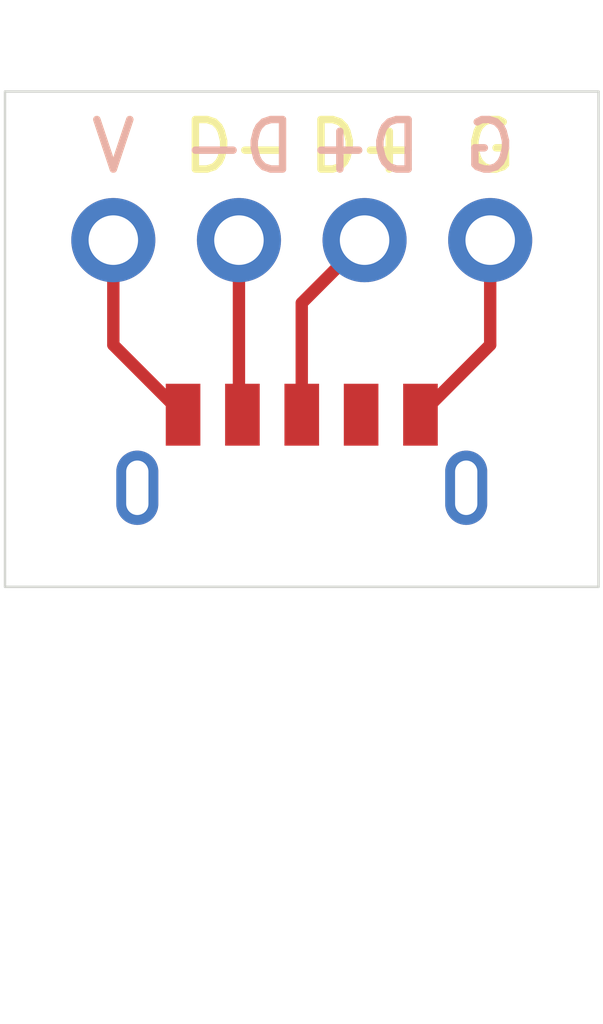
<source format=kicad_pcb>
(kicad_pcb (version 20211014) (generator pcbnew)
  (layers (0 "F.Cu" signal) (31 "B.Cu" signal) (34 "B.Paste" user) (35 "F.Paste" user) (36 "B.SilkS" user "B.Silkscreen") (37 "F.SilkS" user "F.Silkscreen") (38 "B.Mask" user) (39 "F.Mask" user) (44 "Edge.Cuts" user))
  (net 0 "")
  (net 1 "Net-(U1-Pad1)")
  (net 2 "Net-(U1-Pad5)")
  (net 3 "Net-(U1-Pad3)")
  (net 4 "Net-(U1-Pad2)")
  (footprint "HTangl:Micro_USB_Male" (layer "F.Cu") (at 30 30)
    (fp_text reference "Micro USB" hide)
    (fp_text value "Micro_USB_Male")
    (fp_text user "G" (at 3.81 -6.89) (layer "B.SilkS") (effects (justify mirror)))
    (fp_text user "D+" (at 1.27 -6.89) (layer "B.SilkS") (effects (justify mirror)))
    (fp_text user "D-" (at -1.27 -6.89) (layer "B.SilkS") (effects (justify mirror)))
    (fp_text user "V" (at -3.81 -6.89) (layer "B.SilkS") (effects (justify mirror)))
    (fp_text user "V" (at -3.81 -6.89) (layer "F.SilkS"))
    (fp_text user "D-" (at -1.27 -6.89) (layer "F.SilkS"))
    (fp_text user "G" (at 3.81 -6.89) (layer "F.SilkS"))
    (fp_text user "D+" (at 1.27 -6.89) (layer "F.SilkS"))
    (pad "" np_thru_hole circle (at -1.8 0.1) (size 0.9 0.9) (drill 0.9) (layers *.Cu *.Mask))
    (pad "" np_thru_hole circle (at 1.8 0.1) (size 0.9 0.9) (drill 0.9) (layers *.Cu *.Mask))
    (pad "1" thru_hole circle (at -3.81 -5) (size 1.7 1.7) (drill 1) (layers *.Cu *.Mask) (net 1 "Net-(U1-Pad1)"))
    (pad "1" smd rect (at -2.4 -1.475) (size 0.7 1.25) (layers "F.Cu" "F.Paste" "F.Mask") (net 1 "Net-(U1-Pad1)"))
    (pad "2" smd rect (at -1.2 -1.475) (size 0.7 1.25) (layers "F.Cu" "F.Paste" "F.Mask") (net 4 "Net-(U1-Pad2)"))
    (pad "2" thru_hole circle (at -1.27 -5) (size 1.7 1.7) (drill 1) (layers *.Cu *.Mask) (net 4 "Net-(U1-Pad2)"))
    (pad "3" thru_hole circle (at 1.27 -5) (size 1.7 1.7) (drill 1) (layers *.Cu *.Mask) (net 3 "Net-(U1-Pad3)"))
    (pad "3" smd rect (at 0 -1.475) (size 0.7 1.25) (layers "F.Cu" "F.Paste" "F.Mask") (net 3 "Net-(U1-Pad3)"))
    (pad "4" smd rect (at 1.2 -1.475) (size 0.7 1.25) (layers "F.Cu" "F.Paste" "F.Mask"))
    (pad "5" smd rect (at 2.4 -1.475) (size 0.7 1.25) (layers "F.Cu" "F.Paste" "F.Mask") (net 2 "Net-(U1-Pad5)"))
    (pad "5" thru_hole circle (at 3.81 -5) (size 1.7 1.7) (drill 1) (layers *.Cu *.Mask) (net 2 "Net-(U1-Pad5)"))
    (pad "6" thru_hole oval (at 3.325 0) (size 0.85 1.5) (drill oval 0.45 1.1) (layers *.Cu *.Mask))
    (pad "6" thru_hole oval (at -3.325 0) (size 0.85 1.5) (drill oval 0.45 1.1) (layers *.Cu *.Mask))
  )
  (gr_line (start 24 32) (end 24 22) (layer "Edge.Cuts") (width 0.05))
  (gr_line (start 36 32) (end 24 32) (layer "Edge.Cuts") (width 0.05))
  (gr_line (start 24 22) (end 36 22) (layer "Edge.Cuts") (width 0.05))
  (gr_line (start 36 22) (end 36 32) (layer "Edge.Cuts") (width 0.05))
  (segment (start 26.19 27.115) (end 27.6 28.525) (width 0.25) (layer "F.Cu") (net 1))
  (segment (start 26.19 25) (end 26.19 27.115) (width 0.25) (layer "F.Cu") (net 1))
  (segment (start 33.81 25) (end 33.81 27.115) (width 0.25) (layer "F.Cu") (net 2))
  (segment (start 33.81 27.115) (end 32.4 28.525) (width 0.25) (layer "F.Cu") (net 2))
  (segment (start 30 26.27) (end 30 28.525) (width 0.25) (layer "F.Cu") (net 3))
  (segment (start 31.27 25) (end 30 26.27) (width 0.25) (layer "F.Cu") (net 3))
  (segment (start 28.73 25) (end 28.73 28.455) (width 0.25) (layer "F.Cu") (net 4))
  (segment (start 28.73 28.455) (end 28.8 28.525) (width 0.25) (layer "F.Cu") (net 4))
)
</source>
